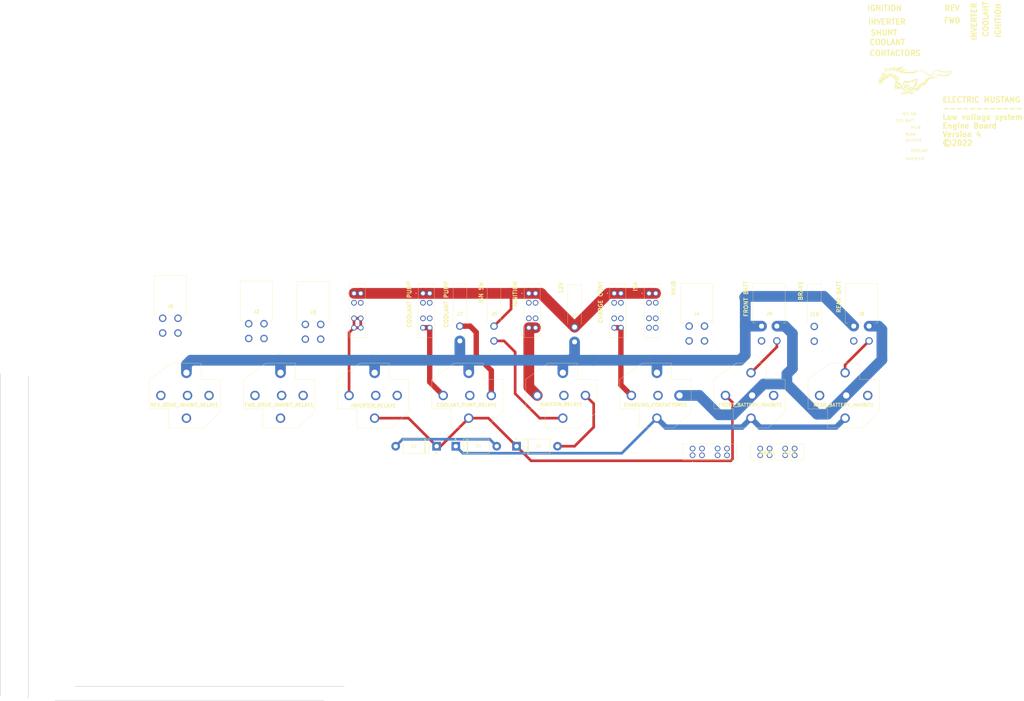
<source format=kicad_pcb>
(kicad_pcb (version 20211014) (generator pcbnew)
  (layers (0 "F.Cu" signal) (31 "B.Cu" signal) (34 "B.Paste" user) (35 "F.Paste" user) (36 "B.SilkS" user "B.Silkscreen") (37 "F.SilkS" user "F.Silkscreen") (38 "B.Mask" user) (39 "F.Mask" user) (44 "Edge.Cuts" user))
  (net 0 "")
  (net 1 "COOLANT_12V")
  (net 3 "Net-(COOLANT_PUMP_FUSE1-Pad3)")
  (net 4 "CONTACTORS_GND")
  (net 6 "INVERTER_FWD")
  (net 7 "SHIFTER_FWD")
  (net 8 "IGNITION_12V")
  (net 10 "Net-(IGNITION_FUSE1-Pad3)")
  (net 11 "IGNITION_SWITCH_B")
  (net 13 "Net-(INVERTER_FUSE1-Pad3)")
  (net 15 "INVERTER_REV")
  (net 16 "SHIFTER_REV")
  (net 17 "12V_BATT_IN")
  (net 18 "CONTACTORS_12V")
  (net 19 "ISA_SHUNT_12V")
  (net 20 "CHARGER_ENABLE_IN")
  (net 23 "IGNITION_ENABLE_OUT")
  (net 25 "FRONT_BATTERY_12V")
  (net 26 "FRONT_BATTERY_INHIBIT")
  (net 27 "BRAKE_SWITCH_SEND")
  (net 28 "Net-(COOLANT_PUMP_RELAY1-Pad4)")
  (net 29 "REAR_BATTERY_INHIBIT")
  (net 31 "Net-(CHARGING_CONTACTORS1-Pad3)")
  (net 32 "Net-(CHARGING_CONTACTORS1-Pad4)")
  (net 33 "HVJB_GND")
  (net 37 "BRAKE_SWITCH_RETURN")
  (footprint "MountingHole:MountingHole_3mm" (layer "F.Cu") (at 336.296 55.118)
    (fp_text reference "H2" hide)
    (fp_text value "MountingHole" hide)
    (pad "" np_thru_hole circle locked (at 0 0) (size 3 3) (drill 3) (layers *.Cu *.Mask))
  )
  (footprint "MountingHole:MountingHole_3mm" (layer "F.Cu") (at 336.296 64.008)
    (fp_text reference "H4" hide)
    (fp_text value "MountingHole" hide)
    (pad "" np_thru_hole circle locked (at 0 0) (size 3 3) (drill 3) (layers *.Cu *.Mask))
  )
  (footprint "MountingHole:MountingHole_3mm" (layer "F.Cu") (at 336.296 46.99)
    (fp_text reference "H3" hide)
    (fp_text value "MountingHole" hide)
    (pad "" np_thru_hole circle locked (at 0 0) (size 3 3) (drill 3) (layers *.Cu *.Mask))
  )
  (footprint "Connector:DZ85AB5PCB" (layer "F.Cu") (at 310 165 180)
    (fp_text reference "FRONT_BATTERY_INHIBIT1" (at 8.636 -3.556) (layer "F.SilkS") (effects (font (size 1.27 1.27) (thickness 0.254))))
    (fp_text value "DZ85AB-5-PCB" hide)
    (pad "" np_thru_hole circle (at 15.9 6.5 180) (size 2.11 2.11) (drill 2.11) (layers *.Cu *.Mask))
    (pad "" np_thru_hole circle (at 1.91 -6.5 180) (size 2.11 2.11) (drill 2.11) (layers *.Cu *.Mask))
    (pad "1" thru_hole circle (at 0 0 180) (size 3.51 3.51) (drill 2.34) (layers *.Cu *.Mask))
    (pad "2" thru_hole circle (at 8 0 180) (size 3.51 3.51) (drill 2.34) (layers *.Cu *.Mask) (net 25 "FRONT_BATTERY_12V"))
    (pad "3" thru_hole circle (at 17.91 0 180) (size 3.51 3.51) (drill 2.34) (layers *.Cu *.Mask) (net 28 "Net-(COOLANT_PUMP_RELAY1-Pad4)"))
    (pad "4" thru_hole circle (at 8.41 -8.45 180) (size 3.51 3.51) (drill 2.34) (layers *.Cu *.Mask) (net 32 "Net-(CHARGING_CONTACTORS1-Pad4)"))
    (pad "5" thru_hole circle (at 8.41 8.45 180) (size 3.51 3.51) (drill 2.34) (layers *.Cu *.Mask) (net 26 "FRONT_BATTERY_INHIBIT"))
  )
  (footprint "Connector:768250002" (layer "F.Cu") (at 325.12 134.112 180)
    (fp_text reference "J10" (at 0 -0.694) (layer "F.SilkS") (effects (font (size 1.27 1.27) (thickness 0.254))))
    (fp_text value "76825-0002" hide)
    (pad "" np_thru_hole circle (at 0 2.1 180) (size 3.05 3.05) (drill 3.05) (layers *.Cu *.Mask))
    (pad "1" thru_hole circle (at 0 -10.7 180) (size 2.775 2.775) (drill 1.85) (layers *.Cu *.Mask) (net 27 "BRAKE_SWITCH_SEND"))
    (pad "2" thru_hole circle (at 0 -5.2 180) (size 2.775 2.775) (drill 1.85) (layers *.Cu *.Mask) (net 37 "BRAKE_SWITCH_RETURN"))
  )
  (footprint "Connector:DZ85AB5PCB" (layer "F.Cu") (at 170 165 180)
    (fp_text reference "INVERTER_RELAY1" (at 8.89 -3.81) (layer "F.SilkS") (effects (font (size 1.27 1.27) (thickness 0.254))))
    (fp_text value "DZ85AB-5-PCB" hide)
    (pad "" np_thru_hole circle (at 15.9 6.5 180) (size 2.11 2.11) (drill 2.11) (layers *.Cu *.Mask))
    (pad "" np_thru_hole circle (at 1.91 -6.5 180) (size 2.11 2.11) (drill 2.11) (layers *.Cu *.Mask))
    (pad "1" thru_hole circle (at 0 0 180) (size 3.51 3.51) (drill 2.34) (layers *.Cu *.Mask) (net 23 "IGNITION_ENABLE_OUT"))
    (pad "2" thru_hole circle (at 8 0 180) (size 3.51 3.51) (drill 2.34) (layers *.Cu *.Mask))
    (pad "3" thru_hole circle (at 17.91 0 180) (size 3.51 3.51) (drill 2.34) (layers *.Cu *.Mask) (net 13 "Net-(INVERTER_FUSE1-Pad3)"))
    (pad "4" thru_hole circle (at 8.41 -8.45 180) (size 3.51 3.51) (drill 2.34) (layers *.Cu *.Mask) (net 28 "Net-(COOLANT_PUMP_RELAY1-Pad4)"))
    (pad "5" thru_hole circle (at 8.41 8.45 180) (size 3.51 3.51) (drill 2.34) (layers *.Cu *.Mask) (net 4 "CONTACTORS_GND"))
  )
  (footprint "Connector:768250004" (layer "F.Cu") (at 308.356 134 180)
    (fp_text reference "J9" (at 0 -0.694) (layer "F.SilkS") (effects (font (size 1.27 1.27) (thickness 0.254))))
    (fp_text value "76825-0004" hide)
    (pad "" np_thru_hole circle (at 0 2.1 180) (size 3.05 3.05) (drill 3.05) (layers *.Cu *.Mask))
    (pad "1" thru_hole circle (at -2.85 -10.7 180) (size 2.775 2.775) (drill 1.85) (layers *.Cu *.Mask) (net 26 "FRONT_BATTERY_INHIBIT"))
    (pad "2" thru_hole circle (at 2.85 -10.7 180) (size 2.775 2.775) (drill 1.85) (layers *.Cu *.Mask))
    (pad "3" thru_hole circle (at -2.85 -5.2 180) (size 2.775 2.775) (drill 1.85) (layers *.Cu *.Mask) (net 25 "FRONT_BATTERY_12V"))
    (pad "4" thru_hole circle (at 2.85 -5.2 180) (size 2.775 2.775) (drill 1.85) (layers *.Cu *.Mask) (net 4 "CONTACTORS_GND"))
  )
  (footprint "LOGO" (layer "F.Cu") (at 362.458 47.752)
    (fp_text reference "G***" hide)
    (fp_text value "LOGO" hide)
  )
  (footprint "Connector:768250002" (layer "F.Cu") (at 235.966 134.366 180)
    (fp_text reference "J1" (at 0 -0.694 180) (layer "F.SilkS") (effects (font (size 1.27 1.27) (thickness 0.254))))
    (fp_text value "76825-0002" hide)
    (pad "" np_thru_hole circle (at 0 2.1 180) (size 3.05 3.05) (drill 3.05) (layers *.Cu *.Mask))
    (pad "1" thru_hole circle (at 0 -10.7 180) (size 2.775 2.775) (drill 1.85) (layers *.Cu *.Mask) (net 4 "CONTACTORS_GND"))
    (pad "2" thru_hole circle (at 0 -5.2 180) (size 2.775 2.775) (drill 1.85) (layers *.Cu *.Mask) (net 17 "12V_BATT_IN"))
  )
  (footprint "Diode_THT:D_DO-201AD_P15.24mm_Horizontal" (layer "F.Cu") (at 191.77 183.896)
    (fp_text reference "D3" (at 8.382 0) (layer "F.SilkS"))
    (fp_text value "1N5406" hide)
    (fp_text user "K" (at 0 -2.6) (layer "F.SilkS"))
    (pad "1" thru_hole rect (at 0 0) (size 3.2 3.2) (drill 1.6) (layers *.Cu *.Mask) (net 32 "Net-(CHARGING_CONTACTORS1-Pad4)"))
    (pad "2" thru_hole oval (at 15.24 0) (size 3.2 3.2) (drill 1.6) (layers *.Cu *.Mask) (net 20 "CHARGER_ENABLE_IN"))
  )
  (footprint "Socket:17861650001" (layer "F.Cu") (at 263.652 127 -90)
    (fp_text reference "ISA_SHUNT_FUSE1" hide)
    (fp_text value "178.6165.0001" hide)
    (pad "" np_thru_hole circle (at 6.4 -1.25 270) (size 2.4 2.4) (drill 2.4) (layers *.Cu *.Mask))
    (pad "1" thru_hole circle (at 0 0 270) (size 2.1 2.1) (drill 1.4) (layers *.Cu *.Mask) (net 17 "12V_BATT_IN"))
    (pad "2" thru_hole circle (at 3.5 0 270) (size 2.1 2.1) (drill 1.4) (layers *.Cu *.Mask) (net 17 "12V_BATT_IN"))
    (pad "3" thru_hole circle (at 9.3 0 270) (size 2.1 2.1) (drill 1.4) (layers *.Cu *.Mask) (net 19 "ISA_SHUNT_12V"))
    (pad "4" thru_hole circle (at 12.8 0 270) (size 2.1 2.1) (drill 1.4) (layers *.Cu *.Mask) (net 19 "ISA_SHUNT_12V"))
    (pad "5" thru_hole circle (at 12.8 -2.5 270) (size 2.1 2.1) (drill 1.4) (layers *.Cu *.Mask) (net 19 "ISA_SHUNT_12V"))
    (pad "6" thru_hole circle (at 9.3 -2.5 270) (size 2.1 2.1) (drill 1.4) (layers *.Cu *.Mask) (net 19 "ISA_SHUNT_12V"))
    (pad "7" thru_hole circle (at 3.5 -2.5 270) (size 2.1 2.1) (drill 1.4) (layers *.Cu *.Mask) (net 17 "12V_BATT_IN"))
    (pad "8" thru_hole circle (at 0 -2.5 270) (size 2.1 2.1) (drill 1.4) (layers *.Cu *.Mask) (net 17 "12V_BATT_IN"))
  )
  (footprint "Connector:768250004" (layer "F.Cu") (at 85.598 131.064 180)
    (fp_text reference "J6" (at 0 -0.694) (layer "F.SilkS") (effects (font (size 1.27 1.27) (thickness 0.254))))
    (fp_text value "76825-0004" hide)
    (pad "" np_thru_hole circle (at 0 2.1 180) (size 3.05 3.05) (drill 3.05) (layers *.Cu *.Mask))
    (pad "1" thru_hole circle (at -2.85 -10.7 180) (size 2.775 2.775) (drill 1.85) (layers *.Cu *.Mask) (net 7 "SHIFTER_FWD"))
    (pad "2" thru_hole circle (at 2.85 -10.7 180) (size 2.775 2.775) (drill 1.85) (layers *.Cu *.Mask))
    (pad "3" thru_hole circle (at -2.85 -5.2 180) (size 2.775 2.775) (drill 1.85) (layers *.Cu *.Mask) (net 8 "IGNITION_12V"))
    (pad "4" thru_hole circle (at 2.85 -5.2 180) (size 2.775 2.775) (drill 1.85) (layers *.Cu *.Mask) (net 16 "SHIFTER_REV"))
  )
  (footprint "Socket:17861650001" (layer "F.Cu") (at 153.924 127 -90)
    (fp_text reference "INVERTER_FUSE1" hide)
    (fp_text value "178.6165.0001" hide)
    (pad "" np_thru_hole circle (at 6.4 -1.25 270) (size 2.4 2.4) (drill 2.4) (layers *.Cu *.Mask))
    (pad "1" thru_hole circle (at 0 0 270) (size 2.1 2.1) (drill 1.4) (layers *.Cu *.Mask) (net 17 "12V_BATT_IN"))
    (pad "2" thru_hole circle (at 3.5 0 270) (size 2.1 2.1) (drill 1.4) (layers *.Cu *.Mask) (net 17 "12V_BATT_IN"))
    (pad "3" thru_hole circle (at 9.3 0 270) (size 2.1 2.1) (drill 1.4) (layers *.Cu *.Mask) (net 13 "Net-(INVERTER_FUSE1-Pad3)"))
    (pad "4" thru_hole circle (at 12.8 0 270) (size 2.1 2.1) (drill 1.4) (layers *.Cu *.Mask) (net 13 "Net-(INVERTER_FUSE1-Pad3)"))
    (pad "5" thru_hole circle (at 12.8 -2.5 270) (size 2.1 2.1) (drill 1.4) (layers *.Cu *.Mask) (net 13 "Net-(INVERTER_FUSE1-Pad3)"))
    (pad "6" thru_hole circle (at 9.3 -2.5 270) (size 2.1 2.1) (drill 1.4) (layers *.Cu *.Mask) (net 13 "Net-(INVERTER_FUSE1-Pad3)"))
    (pad "7" thru_hole circle (at 3.5 -2.5 270) (size 2.1 2.1) (drill 1.4) (layers *.Cu *.Mask) (net 17 "12V_BATT_IN"))
    (pad "8" thru_hole circle (at 0 -2.5 270) (size 2.1 2.1) (drill 1.4) (layers *.Cu *.Mask) (net 17 "12V_BATT_IN"))
  )
  (footprint "Connector:DZ85AB5PCB" (layer "F.Cu") (at 205 165 180)
    (fp_text reference "COOLANT_PUMP_RELAY1" (at 9.144 -3.556) (layer "F.SilkS") (effects (font (size 1.27 1.27) (thickness 0.254))))
    (fp_text value "DZ85AB-5-PCB" hide)
    (pad "" np_thru_hole circle (at 1.91 -6.5 180) (size 2.11 2.11) (drill 2.11) (layers *.Cu *.Mask))
    (pad "" np_thru_hole circle (at 15.9 6.5 180) (size 2.11 2.11) (drill 2.11) (layers *.Cu *.Mask))
    (pad "1" thru_hole circle (at 0 0 180) (size 3.51 3.51) (drill 2.34) (layers *.Cu *.Mask) (net 1 "COOLANT_12V"))
    (pad "2" thru_hole circle (at 8 0 180) (size 3.51 3.51) (drill 2.34) (layers *.Cu *.Mask))
    (pad "3" thru_hole circle (at 17.91 0 180) (size 3.51 3.51) (drill 2.34) (layers *.Cu *.Mask) (net 3 "Net-(COOLANT_PUMP_FUSE1-Pad3)"))
    (pad "4" thru_hole circle (at 8.41 -8.45 180) (size 3.51 3.51) (drill 2.34) (layers *.Cu *.Mask) (net 28 "Net-(COOLANT_PUMP_RELAY1-Pad4)"))
    (pad "5" thru_hole circle (at 8.41 8.45 180) (size 3.51 3.51) (drill 2.34) (layers *.Cu *.Mask) (net 4 "CONTACTORS_GND"))
  )
  (footprint "Connector:DZ85AB5PCB" (layer "F.Cu") (at 135 165 180)
    (fp_text reference "FWD_DRIVE_INHIBIT_RELAY1" (at 8.955 -3.556) (layer "F.SilkS") (effects (font (size 1.27 1.27) (thickness 0.254))))
    (fp_text value "DZ85AB-5-PCB" hide)
    (pad "" np_thru_hole circle (at 1.91 -6.5 180) (size 2.11 2.11) (drill 2.11) (layers *.Cu *.Mask))
    (pad "" np_thru_hole circle (at 15.9 6.5 180) (size 2.11 2.11) (drill 2.11) (layers *.Cu *.Mask))
    (pad "1" thru_hole circle (at 0 0 180) (size 3.51 3.51) (drill 2.34) (layers *.Cu *.Mask))
    (pad "2" thru_hole circle (at 8 0 180) (size 3.51 3.51) (drill 2.34) (layers *.Cu *.Mask) (net 6 "INVERTER_FWD"))
    (pad "3" thru_hole circle (at 17.91 0 180) (size 3.51 3.51) (drill 2.34) (layers *.Cu *.Mask) (net 7 "SHIFTER_FWD"))
    (pad "4" thru_hole circle (at 8.41 -8.45 180) (size 3.51 3.51) (drill 2.34) (layers *.Cu *.Mask) (net 32 "Net-(CHARGING_CONTACTORS1-Pad4)"))
    (pad "5" thru_hole circle (at 8.41 8.45 180) (size 3.51 3.51) (drill 2.34) (layers *.Cu *.Mask) (net 4 "CONTACTORS_GND"))
  )
  (footprint "Diode_THT:D_DO-201AD_P15.24mm_Horizontal" (layer "F.Cu") (at 184.658 183.896 180)
    (fp_text reference "D2" (at 8.382 0) (layer "F.SilkS"))
    (fp_text value "1N5406" hide)
    (fp_text user "K" (at 0 -2.6) (layer "F.SilkS"))
    (pad "1" thru_hole rect (at 0 0 180) (size 3.2 3.2) (drill 1.6) (layers *.Cu *.Mask) (net 28 "Net-(COOLANT_PUMP_RELAY1-Pad4)"))
    (pad "2" thru_hole oval (at 15.24 0 180) (size 3.2 3.2) (drill 1.6) (layers *.Cu *.Mask) (net 20 "CHARGER_ENABLE_IN"))
  )
  (footprint "Socket:17861650001" (layer "F.Cu") (at 218.948 127 -90)
    (fp_text reference "IGNITION_FUSE1" hide)
    (fp_text value "178.6165.0001" hide)
    (pad "" np_thru_hole circle (at 6.4 -1.25 270) (size 2.4 2.4) (drill 2.4) (layers *.Cu *.Mask))
    (pad "1" thru_hole circle (at 0 0 270) (size 2.1 2.1) (drill 1.4) (layers *.Cu *.Mask) (net 17 "12V_BATT_IN"))
    (pad "2" thru_hole circle (at 3.5 0 270) (size 2.1 2.1) (drill 1.4) (layers *.Cu *.Mask) (net 17 "12V_BATT_IN"))
    (pad "3" thru_hole circle (at 9.3 0 270) (size 2.1 2.1) (drill 1.4) (layers *.Cu *.Mask) (net 10 "Net-(IGNITION_FUSE1-Pad3)"))
    (pad "4" thru_hole circle (at 12.8 0 270) (size 2.1 2.1) (drill 1.4) (layers *.Cu *.Mask) (net 10 "Net-(IGNITION_FUSE1-Pad3)"))
    (pad "5" thru_hole circle (at 12.8 -2.5 270) (size 2.1 2.1) (drill 1.4) (layers *.Cu *.Mask) (net 10 "Net-(IGNITION_FUSE1-Pad3)"))
    (pad "6" thru_hole circle (at 9.3 -2.5 270) (size 2.1 2.1) (drill 1.4) (layers *.Cu *.Mask) (net 10 "Net-(IGNITION_FUSE1-Pad3)"))
    (pad "7" thru_hole circle (at 3.5 -2.5 270) (size 2.1 2.1) (drill 1.4) (layers *.Cu *.Mask) (net 17 "12V_BATT_IN"))
    (pad "8" thru_hole circle (at 0 -2.5 270) (size 2.1 2.1) (drill 1.4) (layers *.Cu *.Mask) (net 17 "12V_BATT_IN"))
  )
  (footprint "Socket:17861650001" (layer "F.Cu") (at 250.698 127 -90)
    (fp_text reference "CHARGING_CONTACTORS_FUSE1" hide)
    (fp_text value "178.6165.0001" hide)
    (pad "" np_thru_hole circle (at 6.4 -1.25 270) (size 2.4 2.4) (drill 2.4) (layers *.Cu *.Mask))
    (pad "1" thru_hole circle (at 0 0 270) (size 2.1 2.1) (drill 1.4) (layers *.Cu *.Mask) (net 17 "12V_BATT_IN"))
    (pad "2" thru_hole circle (at 3.5 0 270) (size 2.1 2.1) (drill 1.4) (layers *.Cu *.Mask) (net 17 "12V_BATT_IN"))
    (pad "3" thru_hole circle (at 9.3 0 270) (size 2.1 2.1) (drill 1.4) (layers *.Cu *.Mask) (net 31 "Net-(CHARGING_CONTACTORS1-Pad3)"))
    (pad "4" thru_hole circle (at 12.8 0 270) (size 2.1 2.1) (drill 1.4) (layers *.Cu *.Mask) (net 31 "Net-(CHARGING_CONTACTORS1-Pad3)"))
    (pad "5" thru_hole circle (at 12.8 -2.5 270) (size 2.1 2.1) (drill 1.4) (layers *.Cu *.Mask) (net 31 "Net-(CHARGING_CONTACTORS1-Pad3)"))
    (pad "6" thru_hole circle (at 9.3 -2.5 270) (size 2.1 2.1) (drill 1.4) (layers *.Cu *.Mask) (net 31 "Net-(CHARGING_CONTACTORS1-Pad3)"))
    (pad "7" thru_hole circle (at 3.5 -2.5 270) (size 2.1 2.1) (drill 1.4) (layers *.Cu *.Mask) (net 17 "12V_BATT_IN"))
    (pad "8" thru_hole circle (at 0 -2.5 270) (size 2.1 2.1) (drill 1.4) (layers *.Cu *.Mask) (net 17 "12V_BATT_IN"))
  )
  (footprint "Connector:DZ85AB5PCB" (layer "F.Cu") (at 240 165 180)
    (fp_text reference "IGNITION_RELAY1" (at 8.955 -3.302) (layer "F.SilkS") (effects (font (size 1.27 1.27) (thickness 0.254))))
    (fp_text value "DZ85AB-5-PCB" hide)
    (pad "" np_thru_hole circle (at 15.9 6.5 180) (size 2.11 2.11) (drill 2.11) (layers *.Cu *.Mask))
    (pad "" np_thru_hole circle (at 1.91 -6.5 180) (size 2.11 2.11) (drill 2.11) (layers *.Cu *.Mask))
    (pad "1" thru_hole circle (at 0 0 180) (size 3.51 3.51) (drill 2.34) (layers *.Cu *.Mask) (net 8 "IGNITION_12V"))
    (pad "2" thru_hole circle (at 8 0 180) (size 3.51 3.51) (drill 2.34) (layers *.Cu *.Mask))
    (pad "3" thru_hole circle (at 17.91 0 180) (size 3.51 3.51) (drill 2.34) (layers *.Cu *.Mask) (net 10 "Net-(IGNITION_FUSE1-Pad3)"))
    (pad "4" thru_hole circle (at 8.41 -8.45 180) (size 3.51 3.51) (drill 2.34) (layers *.Cu *.Mask) (net 11 "IGNITION_SWITCH_B"))
    (pad "5" thru_hole circle (at 8.41 8.45 180) (size 3.51 3.51) (drill 2.34) (layers *.Cu *.Mask) (net 4 "CONTACTORS_GND"))
  )
  (footprint "Connector:768250002" (layer "F.Cu") (at 193.294 134 180)
    (fp_text reference "J7" (at 0 -0.694 180) (layer "F.SilkS") (effects (font (size 1.27 1.27) (thickness 0.254))))
    (fp_text value "76825-0002" hide)
    (pad "" np_thru_hole circle (at 0 2.1 180) (size 3.05 3.05) (drill 3.05) (layers *.Cu *.Mask))
    (pad "1" thru_hole circle (at 0 -10.7 180) (size 2.775 2.775) (drill 1.85) (layers *.Cu *.Mask) (net 4 "CONTACTORS_GND"))
    (pad "2" thru_hole circle (at 0 -5.2 180) (size 2.775 2.775) (drill 1.85) (layers *.Cu *.Mask) (net 1 "COOLANT_12V"))
  )
  (footprint "Socket:17861650001" (layer "F.Cu") (at 179.578 127 -90)
    (fp_text reference "COOLANT_PUMP_FUSE1" hide)
    (fp_text value "178.6165.0001" hide)
    (pad "" np_thru_hole circle (at 6.4 -1.25 270) (size 2.4 2.4) (drill 2.4) (layers *.Cu *.Mask))
    (pad "1" thru_hole circle (at 0 0 270) (size 2.1 2.1) (drill 1.4) (layers *.Cu *.Mask) (net 17 "12V_BATT_IN"))
    (pad "2" thru_hole circle (at 3.5 0 270) (size 2.1 2.1) (drill 1.4) (layers *.Cu *.Mask) (net 17 "12V_BATT_IN"))
    (pad "3" thru_hole circle (at 9.3 0 270) (size 2.1 2.1) (drill 1.4) (layers *.Cu *.Mask) (net 3 "Net-(COOLANT_PUMP_FUSE1-Pad3)"))
    (pad "4" thru_hole circle (at 12.8 0 270) (size 2.1 2.1) (drill 1.4) (layers *.Cu *.Mask) (net 3 "Net-(COOLANT_PUMP_FUSE1-Pad3)"))
    (pad "5" thru_hole circle (at 12.8 -2.5 270) (size 2.1 2.1) (drill 1.4) (layers *.Cu *.Mask) (net 3 "Net-(COOLANT_PUMP_FUSE1-Pad3)"))
    (pad "6" thru_hole circle (at 9.3 -2.5 270) (size 2.1 2.1) (drill 1.4) (layers *.Cu *.Mask) (net 3 "Net-(COOLANT_PUMP_FUSE1-Pad3)"))
    (pad "7" thru_hole circle (at 3.5 -2.5 270) (size 2.1 2.1) (drill 1.4) (layers *.Cu *.Mask) (net 17 "12V_BATT_IN"))
    (pad "8" thru_hole circle (at 0 -2.5 270) (size 2.1 2.1) (drill 1.4) (layers *.Cu *.Mask) (net 17 "12V_BATT_IN"))
  )
  (footprint "Connector:768250004" (layer "F.Cu") (at 117.602 133.096 180)
    (fp_text reference "J2" (at 0 -0.694 180) (layer "F.SilkS") (effects (font (size 1.27 1.27) (thickness 0.254))))
    (fp_text value "76825-0004" hide)
    (pad "" np_thru_hole circle (at 0 2.1 180) (size 3.05 3.05) (drill 3.05) (layers *.Cu *.Mask))
    (pad "1" thru_hole circle (at -2.85 -10.7 180) (size 2.775 2.775) (drill 1.85) (layers *.Cu *.Mask) (net 15 "INVERTER_REV"))
    (pad "2" thru_hole circle (at 2.85 -10.7 180) (size 2.775 2.775) (drill 1.85) (layers *.Cu *.Mask) (net 23 "IGNITION_ENABLE_OUT"))
    (pad "3" thru_hole circle (at -2.85 -5.2 180) (size 2.775 2.775) (drill 1.85) (layers *.Cu *.Mask) (net 6 "INVERTER_FWD"))
    (pad "4" thru_hole circle (at 2.85 -5.2 180) (size 2.775 2.775) (drill 1.85) (layers *.Cu *.Mask) (net 4 "CONTACTORS_GND"))
  )
  (footprint "Connector:DZ85AB5PCB" (layer "F.Cu") (at 275 165 180)
    (fp_text reference "CHARGING_CONTACTORS1" (at 8.955 -3.556) (layer "F.SilkS") (effects (font (size 1.27 1.27) (thickness 0.254))))
    (fp_text value "DZ85AB-5-PCB" hide)
    (pad "" np_thru_hole circle (at 1.91 -6.5 180) (size 2.11 2.11) (drill 2.11) (layers *.Cu *.Mask))
    (pad "" np_thru_hole circle (at 15.9 6.5 180) (size 2.11 2.11) (drill 2.11) (layers *.Cu *.Mask))
    (pad "1" thru_hole circle (at 0 0 180) (size 3.51 3.51) (drill 2.34) (layers *.Cu *.Mask) (net 25 "FRONT_BATTERY_12V"))
    (pad "2" thru_hole circle (at 8 0 180) (size 3.51 3.51) (drill 2.34) (layers *.Cu *.Mask))
    (pad "3" thru_hole circle (at 17.91 0 180) (size 3.51 3.51) (drill 2.34) (layers *.Cu *.Mask) (net 31 "Net-(CHARGING_CONTACTORS1-Pad3)"))
    (pad "4" thru_hole circle (at 8.41 -8.45 180) (size 3.51 3.51) (drill 2.34) (layers *.Cu *.Mask) (net 32 "Net-(CHARGING_CONTACTORS1-Pad4)"))
    (pad "5" thru_hole circle (at 8.41 8.45 180) (size 3.51 3.51) (drill 2.34) (layers *.Cu *.Mask) (net 4 "CONTACTORS_GND"))
  )
  (footprint "Diode_THT:D_DO-201AD_P15.24mm_Horizontal" (layer "F.Cu") (at 214.376 183.896)
    (fp_text reference "D1" (at 8.382 0) (layer "F.SilkS"))
    (fp_text value "1N5406" hide)
    (fp_text user "K" (at 0 -2.6) (layer "F.SilkS"))
    (pad "1" thru_hole rect (at 0 0) (size 3.2 3.2) (drill 1.6) (layers *.Cu *.Mask) (net 28 "Net-(COOLANT_PUMP_RELAY1-Pad4)"))
    (pad "2" thru_hole oval (at 15.24 0) (size 3.2 3.2) (drill 1.6) (layers *.Cu *.Mask) (net 8 "IGNITION_12V"))
  )
  (footprint "Connector:DZ85AB5PCB" (layer "F.Cu") (at 345 165 180)
    (fp_text reference "REAR_BATTERY_INHIBIT1" (at 8.955 -3.556) (layer "F.SilkS") (effects (font (size 1.27 1.27) (thickness 0.254))))
    (fp_text value "DZ85AB-5-PCB" hide)
    (pad "" np_thru_hole circle (at 1.91 -6.5 180) (size 2.11 2.11) (drill 2.11) (layers *.Cu *.Mask))
    (pad "" np_thru_hole circle (at 15.9 6.5 180) (size 2.11 2.11) (drill 2.11) (layers *.Cu *.Mask))
    (pad "1" thru_hole circle (at 0 0 180) (size 3.51 3.51) (drill 2.34) (layers *.Cu *.Mask))
    (pad "2" thru_hole circle (at 8 0 180) (size 3.51 3.51) (drill 2.34) (layers *.Cu *.Mask) (net 25 "FRONT_BATTERY_12V"))
    (pad "3" thru_hole circle (at 17.91 0 180) (size 3.51 3.51) (drill 2.34) (layers *.Cu *.Mask) (net 28 "Net-(COOLANT_PUMP_RELAY1-Pad4)"))
    (pad "4" thru_hole circle (at 8.41 -8.45 180) (size 3.51 3.51) (drill 2.34) (layers *.Cu *.Mask) (net 32 "Net-(CHARGING_CONTACTORS1-Pad4)"))
    (pad "5" thru_hole circle (at 8.41 8.45 180) (size 3.51 3.51) (drill 2.34) (layers *.Cu *.Mask) (net 29 "REAR_BATTERY_INHIBIT"))
  )
  (footprint "Connector:768250004" (layer "F.Cu") (at 138.684 133.35 180)
    (fp_text reference "J3" (at 0 -0.694) (layer "F.SilkS") (effects (font (size 1.27 1.27) (thickness 0.254))))
    (fp_text value "76825-0004" hide)
    (pad "" np_thru_hole circle (at 0 2.1 180) (size 3.05 3.05) (drill 3.05) (layers *.Cu *.Mask))
    (pad "1" thru_hole circle (at -2.85 -10.7 180) (size 2.775 2.775) (drill 1.85) (layers *.Cu *.Mask) (net 20 "CHARGER_ENABLE_IN"))
    (pad "2" thru_hole circle (at 2.85 -10.7 180) (size 2.775 2.775) (drill 1.85) (layers *.Cu *.Mask) (net 23 "IGNITION_ENABLE_OUT"))
    (pad "3" thru_hole circle (at -2.85 -5.2 180) (size 2.775 2.775) (drill 1.85) (layers *.Cu *.Mask) (net 15 "INVERTER_REV"))
    (pad "4" thru_hole circle (at 2.85 -5.2 180) (size 2.775 2.775) (drill 1.85) (layers *.Cu *.Mask))
  )
  (footprint "Connector:DZ85AB5PCB" (layer "F.Cu") (at 100 165 180)
    (fp_text reference "REV_DRIVE_INHIBIT_RELAY1" (at 9.144 -3.556) (layer "F.SilkS") (effects (font (size 1.27 1.27) (thickness 0.254))))
    (fp_text value "DZ85AB-5-PCB" hide)
    (pad "" np_thru_hole circle (at 1.91 -6.5 180) (size 2.11 2.11) (drill 2.11) (layers *.Cu *.Mask))
    (pad "" np_thru_hole circle (at 15.9 6.5 180) (size 2.11 2.11) (drill 2.11) (layers *.Cu *.Mask))
    (pad "1" thru_hole circle (at 0 0 180) (size 3.51 3.51) (drill 2.34) (layers *.Cu *.Mask))
    (pad "2" thru_hole circle (at 8 0 180) (size 3.51 3.51) (drill 2.34) (layers *.Cu *.Mask) (net 15 "INVERTER_REV"))
    (pad "3" thru_hole circle (at 17.91 0 180) (size 3.51 3.51) (drill 2.34) (layers *.Cu *.Mask) (net 16 "SHIFTER_REV"))
    (pad "4" thru_hole circle (at 8.41 -8.45 180) (size 3.51 3.51) (drill 2.34) (layers *.Cu *.Mask) (net 32 "Net-(CHARGING_CONTACTORS1-Pad4)"))
    (pad "5" thru_hole circle (at 8.41 8.45 180) (size 3.51 3.51) (drill 2.34) (layers *.Cu *.Mask) (net 4 "CONTACTORS_GND"))
  )
  (footprint "Socket:17861650001" (layer "F.Cu") (at 305.004 187.261)
    (fp_text reference "BRAKE_FUSE1" (at 6.4 -0.825) (layer "F.SilkS") (effects (font (size 1.27 1.27) (thickness 0.254))))
    (fp_text value "178.6165.0001" hide)
    (pad "" np_thru_hole circle (at 6.4 -1.25) (size 2.4 2.4) (drill 2.4) (layers *.Cu *.Mask))
    (pad "1" thru_hole circle (at 0 0) (size 2.1 2.1) (drill 1.4) (layers *.Cu *.Mask) (net 8 "IGNITION_12V"))
    (pad "2" thru_hole circle (at 3.5 0) (size 2.1 2.1) (drill 1.4) (layers *.Cu *.Mask) (net 8 "IGNITION_12V"))
    (pad "3" thru_hole circle (at 9.3 0) (size 2.1 2.1) (drill 1.4) (layers *.Cu *.Mask) (net 27 "BRAKE_SWITCH_SEND"))
    (pad "4" thru_hole circle (at 12.8 0) (size 2.1 2.1) (drill 1.4) (layers *.Cu *.Mask) (net 27 "BRAKE_SWITCH_SEND"))
    (pad "5" thru_hole circle (at 12.8 -2.5) (size 2.1 2.1) (drill 1.4) (layers *.Cu *.Mask) (net 27 "BRAKE_SWITCH_SEND"))
    (pad "6" thru_hole circle (at 9.3 -2.5) (size 2.1 2.1) (drill 1.4) (layers *.Cu *.Mask) (net 27 "BRAKE_SWITCH_SEND"))
    (pad "7" thru_hole circle (at 3.5 -2.5) (size 2.1 2.1) (drill 1.4) (layers *.Cu *.Mask) (net 8 "IGNITION_12V"))
    (pad "8" thru_hole circle (at 0 -2.5) (size 2.1 2.1) (drill 1.4) (layers *.Cu *.Mask) (net 8 "IGNITION_12V"))
  )
  (footprint "Socket:17861650001" (layer "F.Cu") (at 279.858 187.261)
    (fp_text reference "CONTACTORS_FUSE1" hide)
    (fp_text value "178.6165.0001" hide)
    (pad "" np_thru_hole circle (at 6.4 -1.25) (size 2.4 2.4) (drill 2.4) (layers *.Cu *.Mask))
    (pad "1" thru_hole circle (at 0 0) (size 2.1 2.1) (drill 1.4) (layers *.Cu *.Mask) (net 8 "IGNITION_12V"))
    (pad "2" thru_hole circle (at 3.5 0) (size 2.1 2.1) (drill 1.4) (layers *.Cu *.Mask) (net 8 "IGNITION_12V"))
    (pad "3" thru_hole circle (at 9.3 0) (size 2.1 2.1) (drill 1.4) (layers *.Cu *.Mask) (net 18 "CONTACTORS_12V"))
    (pad "4" thru_hole circle (at 12.8 0) (size 2.1 2.1) (drill 1.4) (layers *.Cu *.Mask) (net 18 "CONTACTORS_12V"))
    (pad "5" thru_hole circle (at 12.8 -2.5) (size 2.1 2.1) (drill 1.4) (layers *.Cu *.Mask) (net 18 "CONTACTORS_12V"))
    (pad "6" thru_hole circle (at 9.3 -2.5) (size 2.1 2.1) (drill 1.4) (layers *.Cu *.Mask) (net 18 "CONTACTORS_12V"))
    (pad "7" thru_hole circle (at 3.5 -2.5) (size 2.1 2.1) (drill 1.4) (layers *.Cu *.Mask) (net 8 "IGNITION_12V"))
    (pad "8" thru_hole circle (at 0 -2.5) (size 2.1 2.1) (drill 1.4) (layers *.Cu *.Mask) (net 8 "IGNITION_12V"))
  )
  (footprint "Connector:768250004" (layer "F.Cu") (at 342.646 134 180)
    (fp_text reference "J8" (at 0 -0.694 180) (layer "F.SilkS") (effects (font (size 1.27 1.27) (thickness 0.254))))
    (fp_text value "76825-0004" hide)
    (pad "" np_thru_hole circle (at 0 2.1 180) (size 3.05 3.05) (drill 3.05) (layers *.Cu *.Mask))
    (pad "1" thru_hole circle (at -2.85 -10.7 180) (size 2.775 2.775) (drill 1.85) (layers *.Cu *.Mask) (net 29 "REAR_BATTERY_INHIBIT"))
    (pad "2" thru_hole circle (at 2.85 -10.7 180) (size 2.775 2.775) (drill 1.85) (layers *.Cu *.Mask))
    (pad "3" thru_hole circle (at -2.85 -5.2 180) (size 2.775 2.775) (drill 1.85) (layers *.Cu *.Mask) (net 25 "FRONT_BATTERY_12V"))
    (pad "4" thru_hole circle (at 2.85 -5.2 180) (size 2.775 2.775) (drill 1.85) (layers *.Cu *.Mask) (net 4 "CONTACTORS_GND"))
  )
  (footprint "Connector:768250004" (layer "F.Cu") (at 281.432 134 180)
    (fp_text reference "J4" (at 0 -0.694) (layer "F.SilkS") (effects (font (size 1.27 1.27) (thickness 0.254))))
    (fp_text value "76825-0004" hide)
    (pad "" np_thru_hole circle (at 0 2.1 180) (size 3.05 3.05) (drill 3.05) (layers *.Cu *.Mask))
    (pad "1" thru_hole circle (at -2.85 -10.7 180) (size 2.775 2.775) (drill 1.85) (layers *.Cu *.Mask) (net 19 "ISA_SHUNT_12V"))
    (pad "2" thru_hole circle (at 2.85 -10.7 180) (size 2.775 2.775) (drill 1.85) (layers *.Cu *.Mask) (net 8 "IGNITION_12V"))
    (pad "3" thru_hole circle (at -2.85 -5.2 180) (size 2.775 2.775) (drill 1.85) (layers *.Cu *.Mask) (net 33 "HVJB_GND"))
    (pad "4" thru_hole circle (at 2.85 -5.2 180) (size 2.775 2.775) (drill 1.85) (layers *.Cu *.Mask) (net 18 "CONTACTORS_12V"))
  )
  (footprint "Connector:768250002" (layer "F.Cu") (at 206 134 180)
    (fp_text reference "J5" (at 0 -0.694 180) (layer "F.SilkS") (effects (font (size 1.27 1.27) (thickness 0.254))))
    (fp_text value "76825-0002" hide)
    (pad "" np_thru_hole circle (at 0 2.1 180) (size 3.05 3.05) (drill 3.05) (layers *.Cu *.Mask))
    (pad "1" thru_hole circle (at 0 -10.7 180) (size 2.775 2.775) (drill 1.85) (layers *.Cu *.Mask) (net 11 "IGNITION_SWITCH_B"))
    (pad "2" thru_hole circle (at 0 -5.2 180) (size 2.775 2.775) (drill 1.85) (layers *.Cu *.Mask) (net 17 "12V_BATT_IN"))
  )
  (gr_line (start 150.33 273.304) (end 50.33 273.304) (layer "Edge.Cuts") (width 0.2))
  (gr_line (start 142.71 278.638) (end 42.71 278.638) (layer "Edge.Cuts") (width 0.2))
  (gr_line (start 22.352 276.916) (end 22.352 156.916) (layer "Edge.Cuts") (width 0.2))
  (gr_line (start 32.766 277.678) (end 32.766 157.678) (layer "Edge.Cuts") (width 0.2))
  (gr_text "INVERTER" (at 358.902 76.962) (layer "F.SilkS") (effects (font (size 1 1)) (justify left)))
  (gr_text "BRAKE" (at 320.04 125.984 90) (layer "F.SilkS") (effects (font (size 1.5 1.5) (thickness 0.3))))
  (gr_text "IGN SW" (at 201.168 126.746 90) (layer "F.SilkS") (effects (font (size 1.5 1.5) (thickness 0.3))))
  (gr_text "FRONT BATT" (at 299.72 129.032 90) (layer "F.SilkS") (effects (font (size 1.5 1.5) (thickness 0.3))))
  (gr_text "INVERTER" (at 344.932 25.908) (layer "F.SilkS") (effects (font (size 2 2) (thickness 0.4)) (justify left)))
  (gr_text "CONTACTORS" (at 345.44 37.592) (layer "F.SilkS") (effects (font (size 2 2) (thickness 0.4)) (justify left)))
  (gr_text "CHARGE CONT" (at 245.618 130.302 90) (layer "F.SilkS") (effects (font (size 1.5 1.5) (thickness 0.3))))
  (gr_text "COOLANT PUMP" (at 174.498 131.064 90) (layer "F.SilkS") (effects (font (size 1.5 1.5) (thickness 0.3))))
  (gr_text "12V" (at 230.886 124.968 90) (layer "F.SilkS") (effects (font (size 1.5 1.5) (thickness 0.3))))
  (gr_text "12V BATT" (at 355.346 62.738) (layer "F.SilkS") (effects (font (size 1 1)) (justify left)))
  (gr_text "COOLANT" (at 360.934 73.914) (layer "F.SilkS") (effects (font (size 1 1)) (justify left)))
  (gr_text "INVERTER" (at 384.556 33.02 90) (layer "F.SilkS") (effects (font (size 2 2) (thickness 0.4)) (justify left)))
  (gr_text "HVJB" (at 360.934 65.278) (layer "F.SilkS") (effects (font (size 1 1)) (justify left)))
  (gr_text "ISA" (at 258.572 124.46 90) (layer "F.SilkS") (effects (font (size 1.5 1.5) (thickness 0.3))))
  (gr_text "REAR" (at 358.902 67.818) (layer "F.SilkS") (effects (font (size 1 1)) (justify left)))
  (gr_text "REAR BATT" (at 334.264 128.27 90) (layer "F.SilkS") (effects (font (size 1.5 1.5) (thickness 0.3))))
  (gr_text "HVJB" (at 272.796 124.968 90) (layer "F.SilkS") (effects (font (size 1.5 1.5) (thickness 0.3))))
  (gr_text "IGNITION" (at 213.868 127.254 90) (layer "F.SilkS") (effects (font (size 1.5 1.5) (thickness 0.3))))
  (gr_text "REV" (at 373.38 20.828) (layer "F.SilkS") (effects (font (size 2 2) (thickness 0.4)) (justify left)))
  (gr_text "SHIFTER" (at 358.902 70.104) (layer "F.SilkS") (effects (font (size 1 1)) (justify left)))
  (gr_text "COOLANT" (at 345.44 33.528) (layer "F.SilkS") (effects (font (size 2 2) (thickness 0.4)) (justify left)))
  (gr_text "ELECTRIC MUSTANG\n------------\nLow voltage system\nEngine Board\nVersion 4\n©2022" (at 372.618 62.992) (layer "F.SilkS") (effects (font (size 2 2) (thickness 0.4)) (justify left)))
  (gr_text "SHUNT" (at 345.948 29.972) (layer "F.SilkS") (effects (font (size 2 2) (thickness 0.4)) (justify left)))
  (gr_text "COOLANT PUMP" (at 188.214 131.064 90) (layer "F.SilkS") (effects (font (size 1.5 1.5) (thickness 0.3))))
  (gr_text "FWD" (at 373.126 25.4) (layer "F.SilkS") (effects (font (size 2 2) (thickness 0.4)) (justify left)))
  (gr_text "IGNITION" (at 344.678 20.828) (layer "F.SilkS") (effects (font (size 2 2) (thickness 0.4)) (justify left)))
  (gr_text "COOLANT" (at 388.874 31.75 90) (layer "F.SilkS") (effects (font (size 2 2) (thickness 0.4)) (justify left)))
  (gr_text "IGN SW" (at 357.632 60.198) (layer "F.SilkS") (effects (font (size 1 1)) (justify left)))
  (gr_text "IGNITION" (at 393.446 32.004 90) (layer "F.SilkS") (effects (font (size 2 2) (thickness 0.4)) (justify left)))
  (segment (start 199.39 141.478) (end 199.39 150.114) (width 2) (layer "F.Cu") (net 1))
  (segment (start 199.39 150.114) (end 205 155.724) (width 2) (layer "F.Cu") (net 1))
  (segment (start 193.294 139.2) (end 197.112 139.2) (width 2) (layer "F.Cu") (net 1))
  (segment (start 205 155.724) (end 205 165) (width 2) (layer "F.Cu") (net 1))
  (segment (start 197.112 139.2) (end 199.39 141.478) (width 2) (layer "F.Cu") (net 1))
  (segment (start 182.078 139.8) (end 182.078 159.988) (width 2) (layer "F.Cu") (net 3))
  (segment (start 182.078 139.8) (end 179.578 139.8) (width 2) (layer "F.Cu") (net 3))
  (segment (start 182.078 159.988) (end 187.09 165) (width 2) (layer "F.Cu") (net 3))
  (segment (start 197.104 151.892) (end 232.918 151.892) (width 4) (layer "B.Cu") (net 4))
  (segment (start 299.458 139.2) (end 305.506 139.2) (width 4) (layer "B.Cu") (net 4))
  (segment (start 235.966 150.368) (end 234.442 151.892) (width 4) (layer "B.Cu") (net 4))
  (segment (start 196.59 156.55) (end 196.59 152.406) (width 4) (layer "B.Cu") (net 4))
  (segment (start 299.458 139.2) (end 299.458 128.278) (width 4) (layer "B.Cu") (net 4))
  (segment (start 161.59 153.208) (end 160.274 151.892) (width 4) (layer "B.Cu") (net 4))
  (segment (start 161.59 156.55) (end 161.59 153.208) (width 4) (layer "B.Cu") (net 4))
  (segment (start 237.236 151.892) (end 242.824 151.892) (width 4) (layer "B.Cu") (net 4))
  (segment (start 231.59 156.55) (end 231.59 153.22) (width 4) (layer "B.Cu") (net 4))
  (segment (start 299.458 128.278) (end 299.610521 128.125479) (width 4) (layer "B.Cu") (net 4))
  (segment (start 234.442 151.892) (end 237.236 151.892) (width 4) (layer "B.Cu") (net 4))
  (segment (start 231.59 153.22) (end 232.918 151.892) (width 4) (layer "B.Cu") (net 4))
  (segment (start 328.721479 128.125479) (end 339.796 139.2) (width 4) (layer "B.Cu") (net 4))
  (segment (start 193.294 151.13) (end 192.532 151.892) (width 4) (layer "B.Cu") (net 4))
  (segment (start 160.274 151.892) (end 192.532 151.892) (width 4) (layer "B.Cu") (net 4))
  (segment (start 299.610521 128.125479) (end 328.721479 128.125479) (width 4) (layer "B.Cu") (net 4))
  (segment (start 126.59 156.55) (end 126.59 152.498) (width 4) (layer "B.Cu") (net 4))
  (segment (start 242.824 151.892) (end 265.43 151.892) (width 4) (layer "B.Cu") (net 4))
  (segment (start 235.966 145.066) (end 235.966 150.368) (width 4) (layer "B.Cu") (net 4))
  (segment (start 265.43 151.892) (end 266.59 153.052) (width 4) (layer "B.Cu") (net 4))
  (segment (start 299.212 128.524) (end 299.610521 128.125479) (width 4) (layer "B.Cu") (net 4))
  (segment (start 126.59 152.498) (end 125.984 151.892) (width 4) (layer "B.Cu") (net 4))
  (segment (start 265.43 151.892) (end 297.434 151.892) (width 4) (layer "B.Cu") (net 4))
  (segment (start 266.59 153.052) (end 266.59 156.55) (width 4) (layer "B.Cu") (net 4))
  (segment (start 297.434 151.892) (end 299.458 149.868) (width 4) (layer "B.Cu") (net 4))
  (segment (start 125.984 151.892) (end 160.274 151.892) (width 4) (layer "B.Cu") (net 4))
  (segment (start 196.59 152.406) (end 197.104 151.892) (width 4) (layer "B.Cu") (net 4))
  (segment (start 193.294 144.7) (end 193.294 151.13) (width 4) (layer "B.Cu") (net 4))
  (segment (start 91.59 156.55) (end 91.59 153.52) (width 4) (layer "B.Cu") (net 4))
  (segment (start 93.218 151.892) (end 125.984 151.892) (width 4) (layer "B.Cu") (net 4))
  (segment (start 299.458 149.868) (end 299.458 139.2) (width 4) (layer "B.Cu") (net 4))
  (segment (start 232.918 151.892) (end 234.442 151.892) (width 4) (layer "B.Cu") (net 4))
  (segment (start 192.532 151.892) (end 197.104 151.892) (width 4) (layer "B.Cu") (net 4))
  (segment (start 91.59 153.52) (end 93.218 151.892) (width 4) (layer "B.Cu") (net 4))
  (segment (start 235.966 183.896) (end 243.078 176.784) (width 1) (layer "F.Cu") (net 8))
  (segment (start 229.616 183.896) (end 235.966 183.896) (width 1) (layer "F.Cu") (net 8))
  (segment (start 243.078 176.784) (end 243.078 168.078) (width 1) (layer "F.Cu") (net 8))
  (segment (start 243.078 168.078) (end 240 165) (width 1) (layer "F.Cu") (net 8))
  (segment (start 218.948 139.8) (end 221.448 139.8) (width 4) (layer "F.Cu") (net 10))
  (segment (start 218.948 161.858) (end 218.948 139.8) (width 4) (layer "F.Cu") (net 10))
  (segment (start 222.09 165) (end 218.948 161.858) (width 4) (layer "F.Cu") (net 10))
  (segment (start 206 144.7) (end 209.724 144.7) (width 1) (layer "F.Cu") (net 11))
  (segment (start 213.868 164.338) (end 222.98 173.45) (width 1) (layer "F.Cu") (net 11))
  (segment (start 209.724 144.7) (end 213.868 148.844) (width 1) (layer "F.Cu") (net 11))
  (segment (start 222.98 173.45) (end 231.59 173.45) (width 1) (layer "F.Cu") (net 11))
  (segment (start 213.868 148.844) (end 213.868 164.338) (width 1) (layer "F.Cu") (net 11))
  (segment (start 153.924 139.8) (end 152.09 141.634) (width 1) (layer "F.Cu") (net 13))
  (segment (start 153.924 139.8) (end 156.424 139.8) (width 1) (layer "F.Cu") (net 13))
  (segment (start 152.09 141.634) (end 152.09 165) (width 1) (layer "F.Cu") (net 13))
  (segment (start 153.924 136.3) (end 156.424 136.3) (width 1) (layer "F.Cu") (net 13))
  (segment (start 156.424 136.3) (end 156.424 139.8) (width 1) (layer "F.Cu") (net 13))
  (segment (start 153.924 139.8) (end 153.924 136.3) (width 1) (layer "F.Cu") (net 13))
  (segment (start 182.078 127) (end 179.578 127) (width 4) (layer "F.Cu") (net 17))
  (segment (start 250.698 127) (end 253.198 127) (width 4) (layer "F.Cu") (net 17))
  (segment (start 223.774 127.254) (end 223.52 127) (width 4) (layer "F.Cu") (net 17))
  (segment (start 263.652 127) (end 266.152 127) (width 4) (layer "F.Cu") (net 17))
  (segment (start 253.198 127) (end 263.652 127) (width 4) (layer "F.Cu") (net 17))
  (segment (start 235.966 139.566) (end 248.532 127) (width 4) (layer "F.Cu") (net 17))
  (segment (start 212.344 132.856) (end 212.344 127) (width 1) (layer "F.Cu") (net 17))
  (segment (start 223.774 127.374) (end 223.774 127.254) (width 4) (layer "F.Cu") (net 17))
  (segment (start 212.344 127) (end 182.078 127) (width 4) (layer "F.Cu") (net 17))
  (segment (start 221.448 127) (end 218.948 127) (width 4) (layer "F.Cu") (net 17))
  (segment (start 248.532 127) (end 250.698 127) (width 4) (layer "F.Cu") (net 17))
  (segment (start 235.966 139.566) (end 223.774 127.374) (width 4) (layer "F.Cu") (net 17))
  (segment (start 218.948 127) (end 212.344 127) (width 4) (layer "F.Cu") (net 17))
  (segment (start 223.52 127) (end 221.448 127) (width 4) (layer "F.Cu") (net 17))
  (segment (start 206 139.2) (end 212.344 132.856) (width 1) (layer "F.Cu") (net 17))
  (segment (start 156.424 127) (end 153.924 127) (width 4) (layer "F.Cu") (net 17))
  (segment (start 179.578 127) (end 156.424 127) (width 4) (layer "F.Cu") (net 17))
  (segment (start 204.410489 181.296489) (end 207.01 183.896) (width 1) (layer "B.Cu") (net 20))
  (segment (start 169.418 183.896) (end 172.017511 181.296489) (width 1) (layer "B.Cu") (net 20))
  (segment (start 172.017511 181.296489) (end 204.410489 181.296489) (width 1) (layer "B.Cu") (net 20))
  (segment (start 302 165) (end 306.254511 160.745489) (width 4) (layer "B.Cu") (net 25))
  (segment (start 337 165) (end 350.266 151.734) (width 4) (layer "B.Cu") (net 25))
  (segment (start 350.266 151.734) (end 350.266 140.462) (width 4) (layer "B.Cu") (net 25))
  (segment (start 314.923489 160.745489) (end 326.136 171.958) (width 4) (layer "B.Cu") (net 25))
  (segment (start 349.004 139.2) (end 345.496 139.2) (width 4) (layer "B.Cu") (net 25))
  (segment (start 282.348 165) (end 289.56 172.212) (width 4) (layer "B.Cu") (net 25))
  (segment (start 316.992 141.986) (end 314.206 139.2) (width 4) (layer "B.Cu") (net 25))
  (segment (start 316.992 154.94) (end 316.992 141.986) (width 4) (layer "B.Cu") (net 25))
  (segment (start 275 165) (end 282.348 165) (width 4) (layer "B.Cu") (net 25))
  (segment (start 330.042 171.958) (end 337 165) (width 4) (layer "B.Cu") (net 25))
  (segment (start 326.136 171.958) (end 330.042 171.958) (width 4) (layer "B.Cu") (net 25))
  (segment (start 314.923489 160.745489) (end 314.923489 157.008511) (width 4) (layer "B.Cu") (net 25))
  (segment (start 289.56 172.212) (end 294.788 172.212) (width 4) (layer "B.Cu") (net 25))
  (segment (start 314.206 139.2) (end 311.206 139.2) (width 4) (layer "B.Cu") (net 25))
  (segment (start 306.254511 160.745489) (end 314.923489 160.745489) (width 4) (layer "B.Cu") (net 25))
  (segment (start 294.788 172.212) (end 302 165) (width 4) (layer "B.Cu") (net 25))
  (segment (start 350.266 140.462) (end 349.004 139.2) (width 4) (layer "B.Cu") (net 25))
  (segment (start 314.923489 157.008511) (end 316.992 154.94) (width 4) (layer "B.Cu") (net 25))
  (segment (start 301.59 156.55) (end 311.206 146.934) (width 1) (layer "F.Cu") (net 26))
  (segment (start 311.206 146.934) (end 311.206 144.7) (width 1) (layer "F.Cu") (net 26))
  (segment (start 294.707511 188.654489) (end 294.051489 189.310511) (width 1) (layer "F.Cu") (net 28))
  (segment (start 196.59 173.45) (end 203.93 173.45) (width 1) (layer "F.Cu") (net 28))
  (segment (start 203.93 173.45) (end 214.376 183.896) (width 1) (layer "F.Cu") (net 28))
  (segment (start 294.707511 167.617511) (end 294.707511 188.654489) (width 1) (layer "F.Cu") (net 28))
  (segment (start 174.212 173.45) (end 161.59 173.45) (width 1) (layer "F.Cu") (net 28))
  (segment (start 219.790511 189.310511) (end 214.376 183.896) (width 1) (layer "F.Cu") (net 28))
  (segment (start 184.658 183.896) (end 174.212 173.45) (width 1) (layer "F.Cu") (net 28))
  (segment (start 292.09 165) (end 294.707511 167.617511) (width 1) (layer "F.Cu") (net 28))
  (segment (start 294.051489 189.310511) (end 219.790511 189.310511) (width 1) (layer "F.Cu") (net 28))
  (segment (start 184.658 183.896) (end 186.144 183.896) (width 1) (layer "F.Cu") (net 28))
  (segment (start 186.144 183.896) (end 196.59 173.45) (width 1) (layer "F.Cu") (net 28))
  (segment (start 336.59 156.55) (end 336.59 153.606) (width 1) (layer "F.Cu") (net 29))
  (segment (start 336.59 153.606) (end 345.496 144.7) (width 1) (layer "F.Cu") (net 29))
  (segment (start 253.198 139.8) (end 250.698 139.8) (width 2) (layer "F.Cu") (net 31))
  (segment (start 253.198 161.108) (end 253.198 139.8) (width 2) (layer "F.Cu") (net 31))
  (segment (start 257.09 165) (end 253.198 161.108) (width 2) (layer "F.Cu") (net 31))
  (segment (start 298.256 176.784) (end 301.59 173.45) (width 2) (layer "B.Cu") (net 32))
  (segment (start 194.369511 186.495511) (end 253.544489 186.495511) (width 1) (layer "B.Cu") (net 32))
  (segment (start 301.59 173.45) (end 304.924 176.784) (width 2) (layer "B.Cu") (net 32))
  (segment (start 333.256 176.784) (end 336.59 173.45) (width 2) (layer "B.Cu") (net 32))
  (segment (start 304.924 176.784) (end 333.256 176.784) (width 2) (layer "B.Cu") (net 32))
  (segment (start 266.59 173.45) (end 269.924 176.784) (width 2) (layer "B.Cu") (net 32))
  (segment (start 191.77 183.896) (end 194.369511 186.495511) (width 1) (layer "B.Cu") (net 32))
  (segment (start 269.924 176.784) (end 298.256 176.784) (width 2) (layer "B.Cu") (net 32))
  (segment (start 253.544489 186.495511) (end 266.59 173.45) (width 1) (layer "B.Cu") (net 32))
)
</source>
